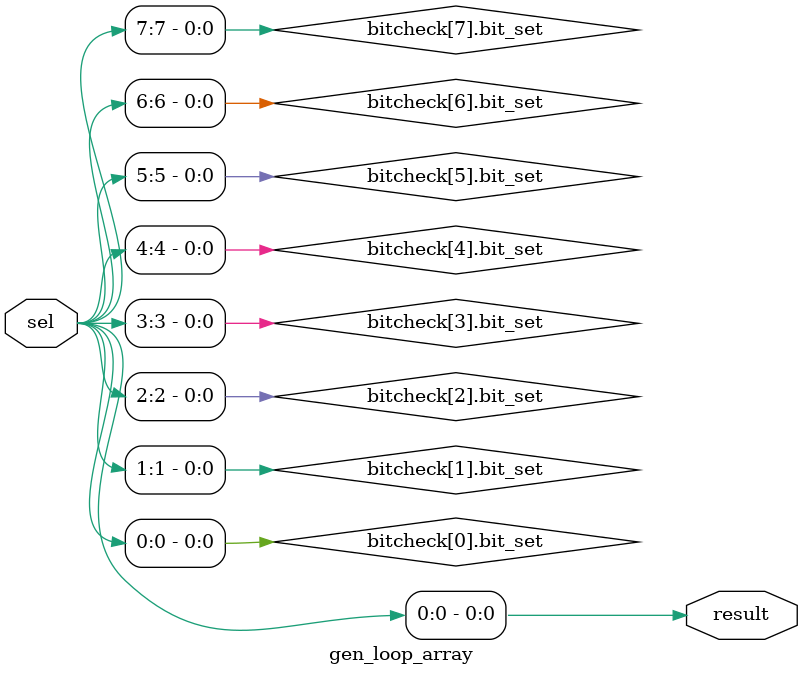
<source format=v>

module gen_loop_assigns(
    input [7:0] in,
    output [7:0] out
);
    generate
        genvar i;
        for (i = 0; i < 8; i = i + 1) begin : bit_invert
            assign out[i] = ~in[i];
        end
    endgenerate
endmodule

// Generate loop creating multiple signals
module gen_loop_signals(
    input [3:0] a, b,
    output [3:0] sum
);
    generate
        genvar i;
        for (i = 0; i < 4; i = i + 1) begin : adder
            wire carry_in;
            wire carry_out;
            assign sum[i] = a[i] ^ b[i] ^ carry_in;
        end
    endgenerate
endmodule

// Generate loop with parameter-based bounds
module gen_loop_param #(parameter WIDTH = 8) (
    input [WIDTH-1:0] data_in,
    output [WIDTH-1:0] data_out
);
    generate
        genvar i;
        for (i = 0; i < WIDTH; i = i + 1) begin : passthrough
            assign data_out[i] = data_in[i];
        end
    endgenerate
endmodule

// Generate loop with multiple statements per iteration
module gen_loop_multi(
    input [15:0] in,
    output [15:0] out1,
    output [15:0] out2
);
    generate
        genvar i;
        for (i = 0; i < 16; i = i + 1) begin : dual_output
            assign out1[i] = in[i];
            assign out2[i] = ~in[i];
        end
    endgenerate
endmodule

// Generate loop creating array of wires
module gen_loop_array(
    input [7:0] sel,
    output reg result
);
    generate
        genvar i;
        for (i = 0; i < 8; i = i + 1) begin : bitcheck
            wire bit_set;
            assign bit_set = sel[i];
        end
    endgenerate

    always @(*) begin
        result = sel[0]; // Simple use case
    end
endmodule

</source>
